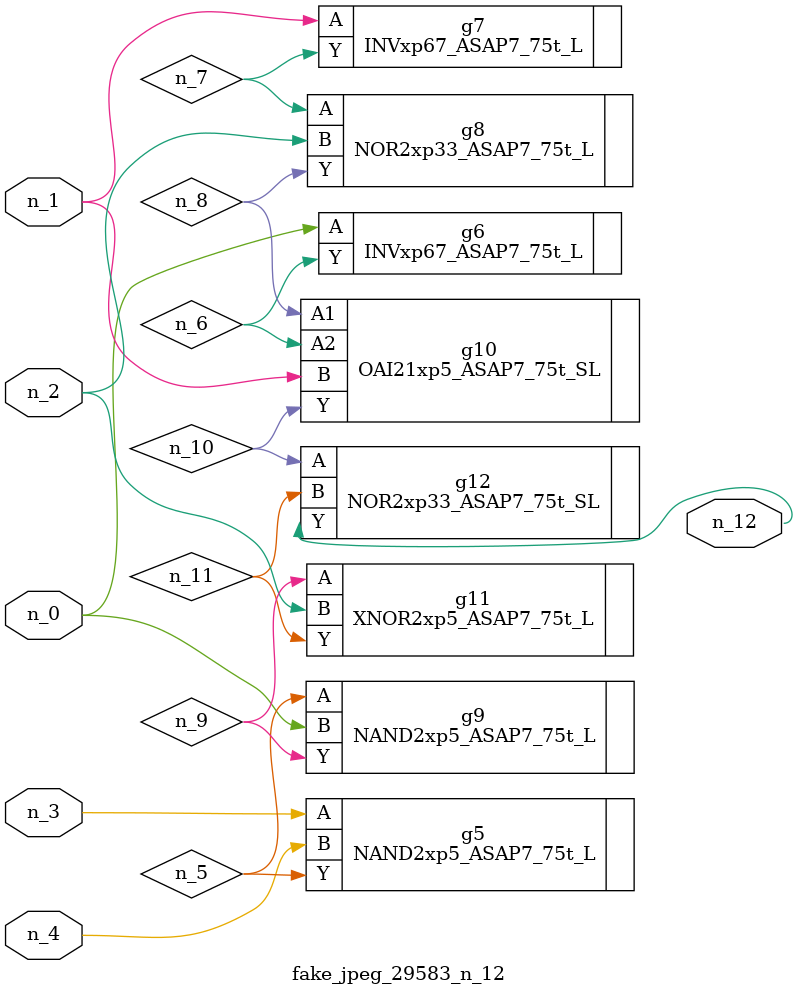
<source format=v>
module fake_jpeg_29583_n_12 (n_3, n_2, n_1, n_0, n_4, n_12);

input n_3;
input n_2;
input n_1;
input n_0;
input n_4;

output n_12;

wire n_11;
wire n_10;
wire n_8;
wire n_9;
wire n_6;
wire n_5;
wire n_7;

NAND2xp5_ASAP7_75t_L g5 ( 
.A(n_3),
.B(n_4),
.Y(n_5)
);

INVxp67_ASAP7_75t_L g6 ( 
.A(n_0),
.Y(n_6)
);

INVxp67_ASAP7_75t_L g7 ( 
.A(n_1),
.Y(n_7)
);

NOR2xp33_ASAP7_75t_L g8 ( 
.A(n_7),
.B(n_2),
.Y(n_8)
);

OAI21xp5_ASAP7_75t_SL g10 ( 
.A1(n_8),
.A2(n_6),
.B(n_1),
.Y(n_10)
);

NAND2xp5_ASAP7_75t_L g9 ( 
.A(n_5),
.B(n_0),
.Y(n_9)
);

XNOR2xp5_ASAP7_75t_L g11 ( 
.A(n_9),
.B(n_2),
.Y(n_11)
);

NOR2xp33_ASAP7_75t_SL g12 ( 
.A(n_10),
.B(n_11),
.Y(n_12)
);


endmodule
</source>
